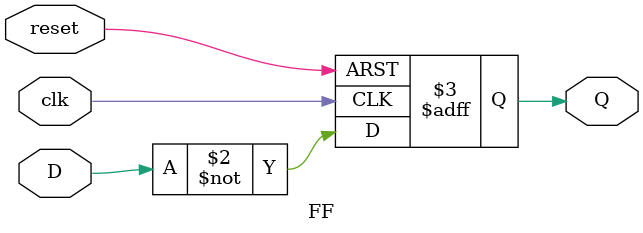
<source format=v>
module FF ( clk , reset , D , Q ) ;
// -------------------------- Inputs Declarations ---------------------------- //
input clk , D, reset ;
// ------------------------- Outputs Declarations ---------------------------- //
output Q ;
// ---------------------------- Reg Declarations ----------------------------- //
reg Q ;
always @( posedge clk or posedge reset)
begin
  if(reset)
	  Q <= 0 ;
  else
	  Q <= ~D ;
end

endmodule
// ----------------------------- End of File --------------------------------- //
// --------------------------------------------------------------------------- //

</source>
